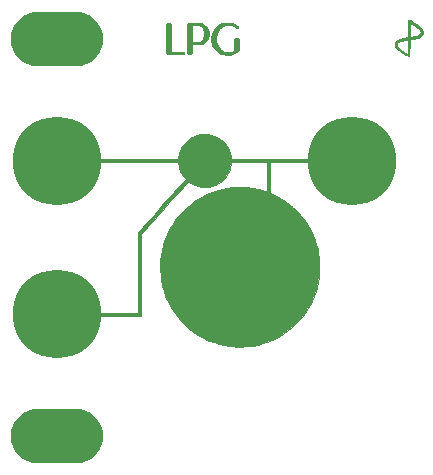
<source format=gbr>
G04 #@! TF.GenerationSoftware,KiCad,Pcbnew,(5.0.0)*
G04 #@! TF.CreationDate,2018-08-29T14:30:19+02:00*
G04 #@! TF.ProjectId,1u_lpg_panel,31755F6C70675F70616E656C2E6B6963,rev?*
G04 #@! TF.SameCoordinates,Original*
G04 #@! TF.FileFunction,Soldermask,Top*
G04 #@! TF.FilePolarity,Negative*
%FSLAX46Y46*%
G04 Gerber Fmt 4.6, Leading zero omitted, Abs format (unit mm)*
G04 Created by KiCad (PCBNEW (5.0.0)) date 08/29/18 14:30:19*
%MOMM*%
%LPD*%
G01*
G04 APERTURE LIST*
%ADD10C,0.010000*%
%ADD11C,0.100000*%
%ADD12C,4.600000*%
%ADD13C,3.400000*%
%ADD14C,7.500000*%
%ADD15C,8.500000*%
G04 APERTURE END LIST*
D10*
G04 #@! TO.C,G\002A\002A\002A*
G36*
X20117997Y-11035633D02*
X20217957Y-11040357D01*
X20308400Y-11049403D01*
X20397848Y-11063731D01*
X20494822Y-11084300D01*
X20540000Y-11095069D01*
X20767523Y-11164075D01*
X20984765Y-11256669D01*
X21190118Y-11371260D01*
X21381972Y-11506258D01*
X21558720Y-11660076D01*
X21718754Y-11831122D01*
X21860466Y-12017809D01*
X21982248Y-12218546D01*
X22082492Y-12431744D01*
X22159591Y-12655814D01*
X22174324Y-12710454D01*
X22192011Y-12785566D01*
X22208561Y-12866468D01*
X22222743Y-12946027D01*
X22233326Y-13017110D01*
X22239082Y-13072583D01*
X22239767Y-13090000D01*
X22240000Y-13133333D01*
X32493333Y-13133333D01*
X32493333Y-13413333D01*
X25533333Y-13413333D01*
X25533333Y-16035093D01*
X25610000Y-16066260D01*
X25679687Y-16096187D01*
X25766795Y-16136049D01*
X25865385Y-16182921D01*
X25969517Y-16233879D01*
X26073251Y-16285996D01*
X26170648Y-16336349D01*
X26255767Y-16382012D01*
X26290122Y-16401180D01*
X26496836Y-16524487D01*
X26711842Y-16663899D01*
X26927549Y-16814101D01*
X27136364Y-16969778D01*
X27330694Y-17125617D01*
X27359149Y-17149544D01*
X27432560Y-17214100D01*
X27519170Y-17294183D01*
X27614511Y-17385346D01*
X27714114Y-17483143D01*
X27813510Y-17583125D01*
X27908231Y-17680846D01*
X27993809Y-17771859D01*
X28065776Y-17851715D01*
X28072992Y-17860000D01*
X28337814Y-18185291D01*
X28581435Y-18525665D01*
X28803240Y-18879744D01*
X29002612Y-19246152D01*
X29178935Y-19623512D01*
X29331594Y-20010448D01*
X29459972Y-20405582D01*
X29563452Y-20807539D01*
X29641419Y-21214941D01*
X29672277Y-21433333D01*
X29706998Y-21797540D01*
X29722621Y-22170800D01*
X29719147Y-22545496D01*
X29696575Y-22914011D01*
X29672494Y-23140000D01*
X29607232Y-23554579D01*
X29516423Y-23962833D01*
X29400679Y-24363610D01*
X29260613Y-24755754D01*
X29096838Y-25138114D01*
X28909967Y-25509534D01*
X28700612Y-25868862D01*
X28469387Y-26214943D01*
X28216904Y-26546625D01*
X27943777Y-26862753D01*
X27650618Y-27162174D01*
X27426592Y-27367546D01*
X27100223Y-27636045D01*
X26759518Y-27882805D01*
X26405663Y-28107284D01*
X26039845Y-28308937D01*
X25663250Y-28487222D01*
X25277064Y-28641594D01*
X24882475Y-28771511D01*
X24480667Y-28876428D01*
X24072828Y-28955803D01*
X23905172Y-28980699D01*
X23738809Y-29000047D01*
X23555601Y-29015815D01*
X23361760Y-29027812D01*
X23163496Y-29035847D01*
X22967019Y-29039727D01*
X22778539Y-29039260D01*
X22604268Y-29034256D01*
X22460000Y-29025328D01*
X22030206Y-28976923D01*
X21609227Y-28903458D01*
X21197417Y-28805069D01*
X20795128Y-28681887D01*
X20402714Y-28534047D01*
X20020526Y-28361682D01*
X19648918Y-28164926D01*
X19288243Y-27943911D01*
X18938854Y-27698771D01*
X18926574Y-27689560D01*
X18597741Y-27425886D01*
X18287219Y-27143405D01*
X17995708Y-26843195D01*
X17723909Y-26526334D01*
X17472520Y-26193897D01*
X17242244Y-25846964D01*
X17033780Y-25486610D01*
X16847830Y-25113913D01*
X16685092Y-24729950D01*
X16546268Y-24335798D01*
X16432057Y-23932535D01*
X16401948Y-23806667D01*
X16321440Y-23396632D01*
X16266585Y-22983430D01*
X16237179Y-22568516D01*
X16233022Y-22153344D01*
X16253912Y-21739371D01*
X16299647Y-21328052D01*
X16370025Y-20920843D01*
X16464844Y-20519199D01*
X16583904Y-20124576D01*
X16727002Y-19738429D01*
X16893936Y-19362214D01*
X17063226Y-19035411D01*
X17281437Y-18668978D01*
X17518894Y-18320360D01*
X17774643Y-17990012D01*
X18047732Y-17678389D01*
X18337206Y-17385946D01*
X18642111Y-17113138D01*
X18961494Y-16860419D01*
X19294402Y-16628246D01*
X19639880Y-16417073D01*
X19996974Y-16227355D01*
X20364732Y-16059546D01*
X20742200Y-15914103D01*
X21128423Y-15791479D01*
X21522448Y-15692130D01*
X21923322Y-15616511D01*
X22330090Y-15565077D01*
X22741800Y-15538283D01*
X23157497Y-15536583D01*
X23576227Y-15560433D01*
X23997038Y-15610288D01*
X24180000Y-15640119D01*
X24309101Y-15665215D01*
X24454875Y-15697428D01*
X24608966Y-15734662D01*
X24763021Y-15774826D01*
X24908686Y-15815825D01*
X25030531Y-15853266D01*
X25100383Y-15875724D01*
X25161155Y-15894959D01*
X25208408Y-15909592D01*
X25237701Y-15918240D01*
X25245053Y-15920000D01*
X25246230Y-15906974D01*
X25247287Y-15869125D01*
X25248217Y-15808297D01*
X25249012Y-15726333D01*
X25249665Y-15625078D01*
X25250169Y-15506374D01*
X25250516Y-15372065D01*
X25250698Y-15223994D01*
X25250709Y-15064006D01*
X25250541Y-14893944D01*
X25250187Y-14715652D01*
X25250068Y-14670000D01*
X25246666Y-13420000D01*
X23749603Y-13416609D01*
X23509403Y-13416119D01*
X23294626Y-13415803D01*
X23104029Y-13415673D01*
X22936370Y-13415739D01*
X22790406Y-13416013D01*
X22664895Y-13416505D01*
X22558592Y-13417227D01*
X22470256Y-13418190D01*
X22398644Y-13419405D01*
X22342513Y-13420882D01*
X22300620Y-13422633D01*
X22271722Y-13424669D01*
X22254576Y-13427000D01*
X22247940Y-13429639D01*
X22247800Y-13429942D01*
X22244149Y-13449841D01*
X22238267Y-13489431D01*
X22231132Y-13541932D01*
X22227094Y-13573333D01*
X22184427Y-13807749D01*
X22117373Y-14033754D01*
X22027317Y-14249794D01*
X21915642Y-14454313D01*
X21783734Y-14645755D01*
X21632975Y-14822565D01*
X21464750Y-14983189D01*
X21280443Y-15126069D01*
X21081439Y-15249652D01*
X20869120Y-15352382D01*
X20644872Y-15432703D01*
X20549106Y-15458971D01*
X20430854Y-15486160D01*
X20322950Y-15505077D01*
X20215592Y-15516880D01*
X20098979Y-15522729D01*
X20000000Y-15523906D01*
X19870082Y-15521748D01*
X19756739Y-15514501D01*
X19650169Y-15501006D01*
X19540571Y-15480104D01*
X19450893Y-15458971D01*
X19224592Y-15389824D01*
X19010260Y-15298164D01*
X18804089Y-15182284D01*
X18738370Y-15139234D01*
X18609050Y-15051555D01*
X18579730Y-15082444D01*
X18568093Y-15095199D01*
X18539440Y-15126841D01*
X18494603Y-15176446D01*
X18434417Y-15243089D01*
X18359715Y-15325847D01*
X18271330Y-15423795D01*
X18170096Y-15536008D01*
X18056846Y-15661564D01*
X17932414Y-15799537D01*
X17797633Y-15949004D01*
X17653338Y-16109040D01*
X17500360Y-16278721D01*
X17339535Y-16457123D01*
X17171695Y-16643321D01*
X16997674Y-16836391D01*
X16818305Y-17035410D01*
X16639937Y-17233333D01*
X16456009Y-17437424D01*
X16276528Y-17636565D01*
X16102334Y-17829825D01*
X15934266Y-18016271D01*
X15773164Y-18194974D01*
X15619869Y-18365001D01*
X15475219Y-18525422D01*
X15340055Y-18675306D01*
X15215217Y-18813722D01*
X15101544Y-18939737D01*
X14999876Y-19052422D01*
X14911054Y-19150845D01*
X14835916Y-19234074D01*
X14775303Y-19301179D01*
X14730054Y-19351228D01*
X14701010Y-19383291D01*
X14689154Y-19396283D01*
X14648845Y-19439233D01*
X14641089Y-22896878D01*
X14640278Y-23256115D01*
X14639508Y-23589649D01*
X14638771Y-23898443D01*
X14638059Y-24183461D01*
X14637362Y-24445666D01*
X14636673Y-24686023D01*
X14635981Y-24905494D01*
X14635278Y-25105042D01*
X14634557Y-25285632D01*
X14633806Y-25448227D01*
X14633019Y-25593790D01*
X14632186Y-25723285D01*
X14631299Y-25837676D01*
X14630348Y-25937925D01*
X14629325Y-26024997D01*
X14628221Y-26099854D01*
X14627028Y-26163461D01*
X14625736Y-26216781D01*
X14624338Y-26260777D01*
X14622823Y-26296413D01*
X14621184Y-26324652D01*
X14619411Y-26346458D01*
X14617496Y-26362795D01*
X14615430Y-26374625D01*
X14613204Y-26382913D01*
X14610810Y-26388621D01*
X14609302Y-26391190D01*
X14581740Y-26421467D01*
X14551768Y-26440595D01*
X14534738Y-26441999D01*
X14491577Y-26443332D01*
X14422821Y-26444590D01*
X14329005Y-26445773D01*
X14210664Y-26446878D01*
X14068334Y-26447904D01*
X13902551Y-26448847D01*
X13713850Y-26449706D01*
X13502766Y-26450480D01*
X13269836Y-26451165D01*
X13015594Y-26451760D01*
X12740576Y-26452264D01*
X12445318Y-26452672D01*
X12130355Y-26452985D01*
X11796223Y-26453200D01*
X11443457Y-26453314D01*
X11217798Y-26453333D01*
X7917333Y-26453333D01*
X7872000Y-26408000D01*
X7835104Y-26357751D01*
X7824876Y-26307480D01*
X7841314Y-26257211D01*
X7872000Y-26218666D01*
X7917333Y-26173333D01*
X11132000Y-26173333D01*
X11422878Y-26173320D01*
X11706695Y-26173279D01*
X11982302Y-26173214D01*
X12248546Y-26173125D01*
X12504278Y-26173012D01*
X12748347Y-26172878D01*
X12979602Y-26172724D01*
X13196894Y-26172550D01*
X13399070Y-26172358D01*
X13584981Y-26172149D01*
X13753475Y-26171925D01*
X13903404Y-26171685D01*
X14033615Y-26171433D01*
X14142958Y-26171168D01*
X14230283Y-26170893D01*
X14294439Y-26170607D01*
X14334276Y-26170313D01*
X14348642Y-26170012D01*
X14348671Y-26170000D01*
X14348880Y-26156557D01*
X14349149Y-26117565D01*
X14349474Y-26054144D01*
X14349852Y-25967410D01*
X14350279Y-25858483D01*
X14350753Y-25728480D01*
X14351269Y-25578520D01*
X14351823Y-25409721D01*
X14352414Y-25223201D01*
X14353037Y-25020078D01*
X14353688Y-24801471D01*
X14354365Y-24568498D01*
X14355063Y-24322277D01*
X14355780Y-24063926D01*
X14356511Y-23794563D01*
X14357254Y-23515307D01*
X14358005Y-23227277D01*
X14358761Y-22931589D01*
X14359192Y-22760000D01*
X14359985Y-22460169D01*
X14360843Y-22167213D01*
X14361761Y-21882259D01*
X14362731Y-21606435D01*
X14363748Y-21340868D01*
X14364805Y-21086685D01*
X14365896Y-20845013D01*
X14367013Y-20616980D01*
X14368152Y-20403713D01*
X14369305Y-20206338D01*
X14370465Y-20025984D01*
X14371627Y-19863777D01*
X14372783Y-19720845D01*
X14373928Y-19598315D01*
X14375056Y-19497314D01*
X14376158Y-19418969D01*
X14377230Y-19364407D01*
X14378264Y-19334757D01*
X14378822Y-19329458D01*
X14388680Y-19317448D01*
X14415609Y-19286546D01*
X14458804Y-19237650D01*
X14517459Y-19171656D01*
X14590770Y-19089461D01*
X14677931Y-18991962D01*
X14778138Y-18880055D01*
X14890586Y-18754638D01*
X15014469Y-18616607D01*
X15148983Y-18466858D01*
X15293322Y-18306289D01*
X15446682Y-18135797D01*
X15608258Y-17956278D01*
X15777244Y-17768629D01*
X15952836Y-17573747D01*
X16134228Y-17372528D01*
X16320616Y-17165870D01*
X16394148Y-17084369D01*
X18398360Y-14863155D01*
X18304451Y-14754911D01*
X18156748Y-14564895D01*
X18030374Y-14360762D01*
X17926488Y-14145091D01*
X17846253Y-13920464D01*
X17790829Y-13689460D01*
X17772905Y-13573333D01*
X17765503Y-13516682D01*
X17758827Y-13469280D01*
X17753856Y-13437904D01*
X17752221Y-13430000D01*
X17747161Y-13428520D01*
X17732394Y-13427124D01*
X17707248Y-13425812D01*
X17671048Y-13424579D01*
X17623121Y-13423424D01*
X17562795Y-13422346D01*
X17489396Y-13421341D01*
X17402250Y-13420407D01*
X17300685Y-13419543D01*
X17184027Y-13418746D01*
X17051603Y-13418013D01*
X16902739Y-13417344D01*
X16736762Y-13416735D01*
X16552999Y-13416185D01*
X16350777Y-13415690D01*
X16129422Y-13415250D01*
X15888261Y-13414861D01*
X15626621Y-13414522D01*
X15343829Y-13414231D01*
X15039210Y-13413985D01*
X14712093Y-13413781D01*
X14361803Y-13413619D01*
X13987668Y-13413495D01*
X13589013Y-13413408D01*
X13165167Y-13413355D01*
X12715455Y-13413334D01*
X12627085Y-13413333D01*
X7506666Y-13413333D01*
X7506666Y-13133333D01*
X17760000Y-13133333D01*
X17760232Y-13090000D01*
X17763510Y-13043521D01*
X17772149Y-12978336D01*
X17784920Y-12901579D01*
X17800593Y-12820384D01*
X17817938Y-12741883D01*
X17825675Y-12710454D01*
X17896769Y-12484827D01*
X17991296Y-12269462D01*
X18107616Y-12065997D01*
X18244084Y-11876071D01*
X18399059Y-11701321D01*
X18570898Y-11543387D01*
X18757957Y-11403906D01*
X18958595Y-11284518D01*
X19171168Y-11186861D01*
X19394034Y-11112573D01*
X19439636Y-11100679D01*
X19545983Y-11075604D01*
X19638492Y-11057505D01*
X19725810Y-11045358D01*
X19816581Y-11038138D01*
X19919454Y-11034820D01*
X20000000Y-11034271D01*
X20117997Y-11035633D01*
X20117997Y-11035633D01*
G37*
X20117997Y-11035633D02*
X20217957Y-11040357D01*
X20308400Y-11049403D01*
X20397848Y-11063731D01*
X20494822Y-11084300D01*
X20540000Y-11095069D01*
X20767523Y-11164075D01*
X20984765Y-11256669D01*
X21190118Y-11371260D01*
X21381972Y-11506258D01*
X21558720Y-11660076D01*
X21718754Y-11831122D01*
X21860466Y-12017809D01*
X21982248Y-12218546D01*
X22082492Y-12431744D01*
X22159591Y-12655814D01*
X22174324Y-12710454D01*
X22192011Y-12785566D01*
X22208561Y-12866468D01*
X22222743Y-12946027D01*
X22233326Y-13017110D01*
X22239082Y-13072583D01*
X22239767Y-13090000D01*
X22240000Y-13133333D01*
X32493333Y-13133333D01*
X32493333Y-13413333D01*
X25533333Y-13413333D01*
X25533333Y-16035093D01*
X25610000Y-16066260D01*
X25679687Y-16096187D01*
X25766795Y-16136049D01*
X25865385Y-16182921D01*
X25969517Y-16233879D01*
X26073251Y-16285996D01*
X26170648Y-16336349D01*
X26255767Y-16382012D01*
X26290122Y-16401180D01*
X26496836Y-16524487D01*
X26711842Y-16663899D01*
X26927549Y-16814101D01*
X27136364Y-16969778D01*
X27330694Y-17125617D01*
X27359149Y-17149544D01*
X27432560Y-17214100D01*
X27519170Y-17294183D01*
X27614511Y-17385346D01*
X27714114Y-17483143D01*
X27813510Y-17583125D01*
X27908231Y-17680846D01*
X27993809Y-17771859D01*
X28065776Y-17851715D01*
X28072992Y-17860000D01*
X28337814Y-18185291D01*
X28581435Y-18525665D01*
X28803240Y-18879744D01*
X29002612Y-19246152D01*
X29178935Y-19623512D01*
X29331594Y-20010448D01*
X29459972Y-20405582D01*
X29563452Y-20807539D01*
X29641419Y-21214941D01*
X29672277Y-21433333D01*
X29706998Y-21797540D01*
X29722621Y-22170800D01*
X29719147Y-22545496D01*
X29696575Y-22914011D01*
X29672494Y-23140000D01*
X29607232Y-23554579D01*
X29516423Y-23962833D01*
X29400679Y-24363610D01*
X29260613Y-24755754D01*
X29096838Y-25138114D01*
X28909967Y-25509534D01*
X28700612Y-25868862D01*
X28469387Y-26214943D01*
X28216904Y-26546625D01*
X27943777Y-26862753D01*
X27650618Y-27162174D01*
X27426592Y-27367546D01*
X27100223Y-27636045D01*
X26759518Y-27882805D01*
X26405663Y-28107284D01*
X26039845Y-28308937D01*
X25663250Y-28487222D01*
X25277064Y-28641594D01*
X24882475Y-28771511D01*
X24480667Y-28876428D01*
X24072828Y-28955803D01*
X23905172Y-28980699D01*
X23738809Y-29000047D01*
X23555601Y-29015815D01*
X23361760Y-29027812D01*
X23163496Y-29035847D01*
X22967019Y-29039727D01*
X22778539Y-29039260D01*
X22604268Y-29034256D01*
X22460000Y-29025328D01*
X22030206Y-28976923D01*
X21609227Y-28903458D01*
X21197417Y-28805069D01*
X20795128Y-28681887D01*
X20402714Y-28534047D01*
X20020526Y-28361682D01*
X19648918Y-28164926D01*
X19288243Y-27943911D01*
X18938854Y-27698771D01*
X18926574Y-27689560D01*
X18597741Y-27425886D01*
X18287219Y-27143405D01*
X17995708Y-26843195D01*
X17723909Y-26526334D01*
X17472520Y-26193897D01*
X17242244Y-25846964D01*
X17033780Y-25486610D01*
X16847830Y-25113913D01*
X16685092Y-24729950D01*
X16546268Y-24335798D01*
X16432057Y-23932535D01*
X16401948Y-23806667D01*
X16321440Y-23396632D01*
X16266585Y-22983430D01*
X16237179Y-22568516D01*
X16233022Y-22153344D01*
X16253912Y-21739371D01*
X16299647Y-21328052D01*
X16370025Y-20920843D01*
X16464844Y-20519199D01*
X16583904Y-20124576D01*
X16727002Y-19738429D01*
X16893936Y-19362214D01*
X17063226Y-19035411D01*
X17281437Y-18668978D01*
X17518894Y-18320360D01*
X17774643Y-17990012D01*
X18047732Y-17678389D01*
X18337206Y-17385946D01*
X18642111Y-17113138D01*
X18961494Y-16860419D01*
X19294402Y-16628246D01*
X19639880Y-16417073D01*
X19996974Y-16227355D01*
X20364732Y-16059546D01*
X20742200Y-15914103D01*
X21128423Y-15791479D01*
X21522448Y-15692130D01*
X21923322Y-15616511D01*
X22330090Y-15565077D01*
X22741800Y-15538283D01*
X23157497Y-15536583D01*
X23576227Y-15560433D01*
X23997038Y-15610288D01*
X24180000Y-15640119D01*
X24309101Y-15665215D01*
X24454875Y-15697428D01*
X24608966Y-15734662D01*
X24763021Y-15774826D01*
X24908686Y-15815825D01*
X25030531Y-15853266D01*
X25100383Y-15875724D01*
X25161155Y-15894959D01*
X25208408Y-15909592D01*
X25237701Y-15918240D01*
X25245053Y-15920000D01*
X25246230Y-15906974D01*
X25247287Y-15869125D01*
X25248217Y-15808297D01*
X25249012Y-15726333D01*
X25249665Y-15625078D01*
X25250169Y-15506374D01*
X25250516Y-15372065D01*
X25250698Y-15223994D01*
X25250709Y-15064006D01*
X25250541Y-14893944D01*
X25250187Y-14715652D01*
X25250068Y-14670000D01*
X25246666Y-13420000D01*
X23749603Y-13416609D01*
X23509403Y-13416119D01*
X23294626Y-13415803D01*
X23104029Y-13415673D01*
X22936370Y-13415739D01*
X22790406Y-13416013D01*
X22664895Y-13416505D01*
X22558592Y-13417227D01*
X22470256Y-13418190D01*
X22398644Y-13419405D01*
X22342513Y-13420882D01*
X22300620Y-13422633D01*
X22271722Y-13424669D01*
X22254576Y-13427000D01*
X22247940Y-13429639D01*
X22247800Y-13429942D01*
X22244149Y-13449841D01*
X22238267Y-13489431D01*
X22231132Y-13541932D01*
X22227094Y-13573333D01*
X22184427Y-13807749D01*
X22117373Y-14033754D01*
X22027317Y-14249794D01*
X21915642Y-14454313D01*
X21783734Y-14645755D01*
X21632975Y-14822565D01*
X21464750Y-14983189D01*
X21280443Y-15126069D01*
X21081439Y-15249652D01*
X20869120Y-15352382D01*
X20644872Y-15432703D01*
X20549106Y-15458971D01*
X20430854Y-15486160D01*
X20322950Y-15505077D01*
X20215592Y-15516880D01*
X20098979Y-15522729D01*
X20000000Y-15523906D01*
X19870082Y-15521748D01*
X19756739Y-15514501D01*
X19650169Y-15501006D01*
X19540571Y-15480104D01*
X19450893Y-15458971D01*
X19224592Y-15389824D01*
X19010260Y-15298164D01*
X18804089Y-15182284D01*
X18738370Y-15139234D01*
X18609050Y-15051555D01*
X18579730Y-15082444D01*
X18568093Y-15095199D01*
X18539440Y-15126841D01*
X18494603Y-15176446D01*
X18434417Y-15243089D01*
X18359715Y-15325847D01*
X18271330Y-15423795D01*
X18170096Y-15536008D01*
X18056846Y-15661564D01*
X17932414Y-15799537D01*
X17797633Y-15949004D01*
X17653338Y-16109040D01*
X17500360Y-16278721D01*
X17339535Y-16457123D01*
X17171695Y-16643321D01*
X16997674Y-16836391D01*
X16818305Y-17035410D01*
X16639937Y-17233333D01*
X16456009Y-17437424D01*
X16276528Y-17636565D01*
X16102334Y-17829825D01*
X15934266Y-18016271D01*
X15773164Y-18194974D01*
X15619869Y-18365001D01*
X15475219Y-18525422D01*
X15340055Y-18675306D01*
X15215217Y-18813722D01*
X15101544Y-18939737D01*
X14999876Y-19052422D01*
X14911054Y-19150845D01*
X14835916Y-19234074D01*
X14775303Y-19301179D01*
X14730054Y-19351228D01*
X14701010Y-19383291D01*
X14689154Y-19396283D01*
X14648845Y-19439233D01*
X14641089Y-22896878D01*
X14640278Y-23256115D01*
X14639508Y-23589649D01*
X14638771Y-23898443D01*
X14638059Y-24183461D01*
X14637362Y-24445666D01*
X14636673Y-24686023D01*
X14635981Y-24905494D01*
X14635278Y-25105042D01*
X14634557Y-25285632D01*
X14633806Y-25448227D01*
X14633019Y-25593790D01*
X14632186Y-25723285D01*
X14631299Y-25837676D01*
X14630348Y-25937925D01*
X14629325Y-26024997D01*
X14628221Y-26099854D01*
X14627028Y-26163461D01*
X14625736Y-26216781D01*
X14624338Y-26260777D01*
X14622823Y-26296413D01*
X14621184Y-26324652D01*
X14619411Y-26346458D01*
X14617496Y-26362795D01*
X14615430Y-26374625D01*
X14613204Y-26382913D01*
X14610810Y-26388621D01*
X14609302Y-26391190D01*
X14581740Y-26421467D01*
X14551768Y-26440595D01*
X14534738Y-26441999D01*
X14491577Y-26443332D01*
X14422821Y-26444590D01*
X14329005Y-26445773D01*
X14210664Y-26446878D01*
X14068334Y-26447904D01*
X13902551Y-26448847D01*
X13713850Y-26449706D01*
X13502766Y-26450480D01*
X13269836Y-26451165D01*
X13015594Y-26451760D01*
X12740576Y-26452264D01*
X12445318Y-26452672D01*
X12130355Y-26452985D01*
X11796223Y-26453200D01*
X11443457Y-26453314D01*
X11217798Y-26453333D01*
X7917333Y-26453333D01*
X7872000Y-26408000D01*
X7835104Y-26357751D01*
X7824876Y-26307480D01*
X7841314Y-26257211D01*
X7872000Y-26218666D01*
X7917333Y-26173333D01*
X11132000Y-26173333D01*
X11422878Y-26173320D01*
X11706695Y-26173279D01*
X11982302Y-26173214D01*
X12248546Y-26173125D01*
X12504278Y-26173012D01*
X12748347Y-26172878D01*
X12979602Y-26172724D01*
X13196894Y-26172550D01*
X13399070Y-26172358D01*
X13584981Y-26172149D01*
X13753475Y-26171925D01*
X13903404Y-26171685D01*
X14033615Y-26171433D01*
X14142958Y-26171168D01*
X14230283Y-26170893D01*
X14294439Y-26170607D01*
X14334276Y-26170313D01*
X14348642Y-26170012D01*
X14348671Y-26170000D01*
X14348880Y-26156557D01*
X14349149Y-26117565D01*
X14349474Y-26054144D01*
X14349852Y-25967410D01*
X14350279Y-25858483D01*
X14350753Y-25728480D01*
X14351269Y-25578520D01*
X14351823Y-25409721D01*
X14352414Y-25223201D01*
X14353037Y-25020078D01*
X14353688Y-24801471D01*
X14354365Y-24568498D01*
X14355063Y-24322277D01*
X14355780Y-24063926D01*
X14356511Y-23794563D01*
X14357254Y-23515307D01*
X14358005Y-23227277D01*
X14358761Y-22931589D01*
X14359192Y-22760000D01*
X14359985Y-22460169D01*
X14360843Y-22167213D01*
X14361761Y-21882259D01*
X14362731Y-21606435D01*
X14363748Y-21340868D01*
X14364805Y-21086685D01*
X14365896Y-20845013D01*
X14367013Y-20616980D01*
X14368152Y-20403713D01*
X14369305Y-20206338D01*
X14370465Y-20025984D01*
X14371627Y-19863777D01*
X14372783Y-19720845D01*
X14373928Y-19598315D01*
X14375056Y-19497314D01*
X14376158Y-19418969D01*
X14377230Y-19364407D01*
X14378264Y-19334757D01*
X14378822Y-19329458D01*
X14388680Y-19317448D01*
X14415609Y-19286546D01*
X14458804Y-19237650D01*
X14517459Y-19171656D01*
X14590770Y-19089461D01*
X14677931Y-18991962D01*
X14778138Y-18880055D01*
X14890586Y-18754638D01*
X15014469Y-18616607D01*
X15148983Y-18466858D01*
X15293322Y-18306289D01*
X15446682Y-18135797D01*
X15608258Y-17956278D01*
X15777244Y-17768629D01*
X15952836Y-17573747D01*
X16134228Y-17372528D01*
X16320616Y-17165870D01*
X16394148Y-17084369D01*
X18398360Y-14863155D01*
X18304451Y-14754911D01*
X18156748Y-14564895D01*
X18030374Y-14360762D01*
X17926488Y-14145091D01*
X17846253Y-13920464D01*
X17790829Y-13689460D01*
X17772905Y-13573333D01*
X17765503Y-13516682D01*
X17758827Y-13469280D01*
X17753856Y-13437904D01*
X17752221Y-13430000D01*
X17747161Y-13428520D01*
X17732394Y-13427124D01*
X17707248Y-13425812D01*
X17671048Y-13424579D01*
X17623121Y-13423424D01*
X17562795Y-13422346D01*
X17489396Y-13421341D01*
X17402250Y-13420407D01*
X17300685Y-13419543D01*
X17184027Y-13418746D01*
X17051603Y-13418013D01*
X16902739Y-13417344D01*
X16736762Y-13416735D01*
X16552999Y-13416185D01*
X16350777Y-13415690D01*
X16129422Y-13415250D01*
X15888261Y-13414861D01*
X15626621Y-13414522D01*
X15343829Y-13414231D01*
X15039210Y-13413985D01*
X14712093Y-13413781D01*
X14361803Y-13413619D01*
X13987668Y-13413495D01*
X13589013Y-13413408D01*
X13165167Y-13413355D01*
X12715455Y-13413334D01*
X12627085Y-13413333D01*
X7506666Y-13413333D01*
X7506666Y-13133333D01*
X17760000Y-13133333D01*
X17760232Y-13090000D01*
X17763510Y-13043521D01*
X17772149Y-12978336D01*
X17784920Y-12901579D01*
X17800593Y-12820384D01*
X17817938Y-12741883D01*
X17825675Y-12710454D01*
X17896769Y-12484827D01*
X17991296Y-12269462D01*
X18107616Y-12065997D01*
X18244084Y-11876071D01*
X18399059Y-11701321D01*
X18570898Y-11543387D01*
X18757957Y-11403906D01*
X18958595Y-11284518D01*
X19171168Y-11186861D01*
X19394034Y-11112573D01*
X19439636Y-11100679D01*
X19545983Y-11075604D01*
X19638492Y-11057505D01*
X19725810Y-11045358D01*
X19816581Y-11038138D01*
X19919454Y-11034820D01*
X20000000Y-11034271D01*
X20117997Y-11035633D01*
G36*
X37260697Y-1360468D02*
X37300104Y-1377688D01*
X37357704Y-1405737D01*
X37555621Y-1508905D01*
X37738477Y-1614040D01*
X37904761Y-1719984D01*
X38052963Y-1825580D01*
X38181572Y-1929671D01*
X38289077Y-2031100D01*
X38373968Y-2128708D01*
X38434735Y-2221340D01*
X38442855Y-2237113D01*
X38480703Y-2338228D01*
X38494372Y-2436951D01*
X38483715Y-2530363D01*
X38460718Y-2593058D01*
X38406586Y-2673964D01*
X38326998Y-2747712D01*
X38222218Y-2814186D01*
X38092508Y-2873273D01*
X37938133Y-2924856D01*
X37759355Y-2968820D01*
X37556440Y-3005051D01*
X37497909Y-3013444D01*
X37375819Y-3030114D01*
X37368295Y-3191724D01*
X37366196Y-3242186D01*
X37363508Y-3315182D01*
X37360368Y-3406585D01*
X37356909Y-3512273D01*
X37353267Y-3628120D01*
X37349576Y-3750002D01*
X37345972Y-3873794D01*
X37345795Y-3880000D01*
X37341669Y-4013416D01*
X37337344Y-4131512D01*
X37332925Y-4232331D01*
X37328514Y-4313915D01*
X37324215Y-4374306D01*
X37320132Y-4411548D01*
X37317110Y-4423333D01*
X37292723Y-4437169D01*
X37281700Y-4438027D01*
X37263216Y-4431596D01*
X37225272Y-4414962D01*
X37172124Y-4390111D01*
X37108031Y-4359027D01*
X37045823Y-4328027D01*
X36890782Y-4247819D01*
X36757089Y-4173950D01*
X36640947Y-4103886D01*
X36538558Y-4035091D01*
X36446125Y-3965030D01*
X36359849Y-3891166D01*
X36285370Y-3820380D01*
X36211274Y-3742603D01*
X36157014Y-3674472D01*
X36120053Y-3611127D01*
X36097851Y-3547707D01*
X36087870Y-3479354D01*
X36087068Y-3453114D01*
X36253333Y-3453114D01*
X36264758Y-3509323D01*
X36297787Y-3576100D01*
X36350551Y-3651358D01*
X36421181Y-3733011D01*
X36507807Y-3818975D01*
X36608560Y-3907161D01*
X36721572Y-3995485D01*
X36771939Y-4031906D01*
X36808582Y-4056601D01*
X36858605Y-4088661D01*
X36917754Y-4125537D01*
X36981775Y-4164682D01*
X37046414Y-4203546D01*
X37107417Y-4239582D01*
X37160530Y-4270243D01*
X37201499Y-4292979D01*
X37226069Y-4305243D01*
X37230665Y-4306667D01*
X37234386Y-4293951D01*
X37236436Y-4258175D01*
X37236766Y-4202897D01*
X37235331Y-4131674D01*
X37233625Y-4083333D01*
X37230836Y-4008896D01*
X37227612Y-3914047D01*
X37224146Y-3805032D01*
X37220632Y-3688098D01*
X37217263Y-3569492D01*
X37214431Y-3463234D01*
X37211605Y-3362991D01*
X37208544Y-3271518D01*
X37205397Y-3192177D01*
X37202316Y-3128326D01*
X37199452Y-3083325D01*
X37196955Y-3060534D01*
X37196248Y-3058471D01*
X37179132Y-3056427D01*
X37140631Y-3059523D01*
X37085351Y-3066930D01*
X37017900Y-3077819D01*
X36942882Y-3091363D01*
X36864903Y-3106733D01*
X36788570Y-3123100D01*
X36718489Y-3139638D01*
X36663709Y-3154229D01*
X36534488Y-3196022D01*
X36430908Y-3240002D01*
X36351988Y-3286887D01*
X36296741Y-3337393D01*
X36264185Y-3392236D01*
X36253335Y-3452133D01*
X36253333Y-3453114D01*
X36087068Y-3453114D01*
X36086666Y-3440000D01*
X36092108Y-3358835D01*
X36110912Y-3292617D01*
X36146794Y-3232664D01*
X36201136Y-3172572D01*
X36276673Y-3112459D01*
X36375913Y-3055701D01*
X36495995Y-3003313D01*
X36634059Y-2956309D01*
X36787244Y-2915704D01*
X36952689Y-2882512D01*
X37068611Y-2864973D01*
X37197223Y-2847978D01*
X37197022Y-2827654D01*
X37369127Y-2827654D01*
X37427896Y-2819198D01*
X37464074Y-2813318D01*
X37518909Y-2803591D01*
X37584903Y-2791378D01*
X37653333Y-2778279D01*
X37815612Y-2742242D01*
X37955354Y-2701889D01*
X38071902Y-2657567D01*
X38164599Y-2609625D01*
X38232789Y-2558412D01*
X38275814Y-2504275D01*
X38293019Y-2447563D01*
X38293333Y-2438643D01*
X38288965Y-2392377D01*
X38274092Y-2347545D01*
X38246058Y-2299480D01*
X38202205Y-2243515D01*
X38148433Y-2184037D01*
X38030956Y-2071609D01*
X37890348Y-1958744D01*
X37729988Y-1847899D01*
X37553254Y-1741536D01*
X37501408Y-1712954D01*
X37386666Y-1650914D01*
X37386666Y-2036670D01*
X37386338Y-2148593D01*
X37385415Y-2263567D01*
X37383987Y-2375494D01*
X37382145Y-2478276D01*
X37379980Y-2565817D01*
X37377896Y-2625040D01*
X37369127Y-2827654D01*
X37197022Y-2827654D01*
X37189943Y-2113949D01*
X37188410Y-1954959D01*
X37187252Y-1820516D01*
X37186512Y-1708504D01*
X37186237Y-1616807D01*
X37186468Y-1543307D01*
X37187252Y-1485888D01*
X37188632Y-1442434D01*
X37190652Y-1410826D01*
X37193358Y-1388950D01*
X37196792Y-1374687D01*
X37201000Y-1365921D01*
X37205702Y-1360800D01*
X37218388Y-1353470D01*
X37235089Y-1352877D01*
X37260697Y-1360468D01*
X37260697Y-1360468D01*
G37*
X37260697Y-1360468D02*
X37300104Y-1377688D01*
X37357704Y-1405737D01*
X37555621Y-1508905D01*
X37738477Y-1614040D01*
X37904761Y-1719984D01*
X38052963Y-1825580D01*
X38181572Y-1929671D01*
X38289077Y-2031100D01*
X38373968Y-2128708D01*
X38434735Y-2221340D01*
X38442855Y-2237113D01*
X38480703Y-2338228D01*
X38494372Y-2436951D01*
X38483715Y-2530363D01*
X38460718Y-2593058D01*
X38406586Y-2673964D01*
X38326998Y-2747712D01*
X38222218Y-2814186D01*
X38092508Y-2873273D01*
X37938133Y-2924856D01*
X37759355Y-2968820D01*
X37556440Y-3005051D01*
X37497909Y-3013444D01*
X37375819Y-3030114D01*
X37368295Y-3191724D01*
X37366196Y-3242186D01*
X37363508Y-3315182D01*
X37360368Y-3406585D01*
X37356909Y-3512273D01*
X37353267Y-3628120D01*
X37349576Y-3750002D01*
X37345972Y-3873794D01*
X37345795Y-3880000D01*
X37341669Y-4013416D01*
X37337344Y-4131512D01*
X37332925Y-4232331D01*
X37328514Y-4313915D01*
X37324215Y-4374306D01*
X37320132Y-4411548D01*
X37317110Y-4423333D01*
X37292723Y-4437169D01*
X37281700Y-4438027D01*
X37263216Y-4431596D01*
X37225272Y-4414962D01*
X37172124Y-4390111D01*
X37108031Y-4359027D01*
X37045823Y-4328027D01*
X36890782Y-4247819D01*
X36757089Y-4173950D01*
X36640947Y-4103886D01*
X36538558Y-4035091D01*
X36446125Y-3965030D01*
X36359849Y-3891166D01*
X36285370Y-3820380D01*
X36211274Y-3742603D01*
X36157014Y-3674472D01*
X36120053Y-3611127D01*
X36097851Y-3547707D01*
X36087870Y-3479354D01*
X36087068Y-3453114D01*
X36253333Y-3453114D01*
X36264758Y-3509323D01*
X36297787Y-3576100D01*
X36350551Y-3651358D01*
X36421181Y-3733011D01*
X36507807Y-3818975D01*
X36608560Y-3907161D01*
X36721572Y-3995485D01*
X36771939Y-4031906D01*
X36808582Y-4056601D01*
X36858605Y-4088661D01*
X36917754Y-4125537D01*
X36981775Y-4164682D01*
X37046414Y-4203546D01*
X37107417Y-4239582D01*
X37160530Y-4270243D01*
X37201499Y-4292979D01*
X37226069Y-4305243D01*
X37230665Y-4306667D01*
X37234386Y-4293951D01*
X37236436Y-4258175D01*
X37236766Y-4202897D01*
X37235331Y-4131674D01*
X37233625Y-4083333D01*
X37230836Y-4008896D01*
X37227612Y-3914047D01*
X37224146Y-3805032D01*
X37220632Y-3688098D01*
X37217263Y-3569492D01*
X37214431Y-3463234D01*
X37211605Y-3362991D01*
X37208544Y-3271518D01*
X37205397Y-3192177D01*
X37202316Y-3128326D01*
X37199452Y-3083325D01*
X37196955Y-3060534D01*
X37196248Y-3058471D01*
X37179132Y-3056427D01*
X37140631Y-3059523D01*
X37085351Y-3066930D01*
X37017900Y-3077819D01*
X36942882Y-3091363D01*
X36864903Y-3106733D01*
X36788570Y-3123100D01*
X36718489Y-3139638D01*
X36663709Y-3154229D01*
X36534488Y-3196022D01*
X36430908Y-3240002D01*
X36351988Y-3286887D01*
X36296741Y-3337393D01*
X36264185Y-3392236D01*
X36253335Y-3452133D01*
X36253333Y-3453114D01*
X36087068Y-3453114D01*
X36086666Y-3440000D01*
X36092108Y-3358835D01*
X36110912Y-3292617D01*
X36146794Y-3232664D01*
X36201136Y-3172572D01*
X36276673Y-3112459D01*
X36375913Y-3055701D01*
X36495995Y-3003313D01*
X36634059Y-2956309D01*
X36787244Y-2915704D01*
X36952689Y-2882512D01*
X37068611Y-2864973D01*
X37197223Y-2847978D01*
X37197022Y-2827654D01*
X37369127Y-2827654D01*
X37427896Y-2819198D01*
X37464074Y-2813318D01*
X37518909Y-2803591D01*
X37584903Y-2791378D01*
X37653333Y-2778279D01*
X37815612Y-2742242D01*
X37955354Y-2701889D01*
X38071902Y-2657567D01*
X38164599Y-2609625D01*
X38232789Y-2558412D01*
X38275814Y-2504275D01*
X38293019Y-2447563D01*
X38293333Y-2438643D01*
X38288965Y-2392377D01*
X38274092Y-2347545D01*
X38246058Y-2299480D01*
X38202205Y-2243515D01*
X38148433Y-2184037D01*
X38030956Y-2071609D01*
X37890348Y-1958744D01*
X37729988Y-1847899D01*
X37553254Y-1741536D01*
X37501408Y-1712954D01*
X37386666Y-1650914D01*
X37386666Y-2036670D01*
X37386338Y-2148593D01*
X37385415Y-2263567D01*
X37383987Y-2375494D01*
X37382145Y-2478276D01*
X37379980Y-2565817D01*
X37377896Y-2625040D01*
X37369127Y-2827654D01*
X37197022Y-2827654D01*
X37189943Y-2113949D01*
X37188410Y-1954959D01*
X37187252Y-1820516D01*
X37186512Y-1708504D01*
X37186237Y-1616807D01*
X37186468Y-1543307D01*
X37187252Y-1485888D01*
X37188632Y-1442434D01*
X37190652Y-1410826D01*
X37193358Y-1388950D01*
X37196792Y-1374687D01*
X37201000Y-1365921D01*
X37205702Y-1360800D01*
X37218388Y-1353470D01*
X37235089Y-1352877D01*
X37260697Y-1360468D01*
G36*
X22024190Y-1602905D02*
X22139968Y-1613484D01*
X22200000Y-1623735D01*
X22369545Y-1669326D01*
X22523978Y-1733200D01*
X22668708Y-1817308D01*
X22737347Y-1865635D01*
X22784475Y-1905420D01*
X22812598Y-1939716D01*
X22824221Y-1971572D01*
X22821892Y-2003872D01*
X22800732Y-2044386D01*
X22764732Y-2065226D01*
X22717247Y-2066210D01*
X22661634Y-2047159D01*
X22610632Y-2015197D01*
X22543597Y-1970934D01*
X22460530Y-1925395D01*
X22371366Y-1883367D01*
X22286043Y-1849638D01*
X22233333Y-1833378D01*
X22136549Y-1813513D01*
X22031926Y-1800624D01*
X21929907Y-1795568D01*
X21840935Y-1799200D01*
X21830806Y-1800363D01*
X21692710Y-1830881D01*
X21560966Y-1885964D01*
X21437536Y-1963872D01*
X21324385Y-2062867D01*
X21223474Y-2181210D01*
X21136766Y-2317163D01*
X21066224Y-2468987D01*
X21061209Y-2482111D01*
X21017293Y-2620150D01*
X20989777Y-2760646D01*
X20977392Y-2893333D01*
X20978954Y-3072723D01*
X21002454Y-3246360D01*
X21046649Y-3411833D01*
X21110295Y-3566732D01*
X21192148Y-3708646D01*
X21290965Y-3835163D01*
X21405503Y-3943873D01*
X21534518Y-4032364D01*
X21576485Y-4054925D01*
X21671589Y-4095693D01*
X21768260Y-4121041D01*
X21875584Y-4132959D01*
X21940000Y-4134510D01*
X22082521Y-4127229D01*
X22214881Y-4103783D01*
X22346917Y-4062018D01*
X22430000Y-4027305D01*
X22493333Y-3998752D01*
X22493333Y-3512047D01*
X22493377Y-3378925D01*
X22493774Y-3269738D01*
X22494920Y-3181755D01*
X22497212Y-3112245D01*
X22501046Y-3058476D01*
X22506818Y-3017717D01*
X22514925Y-2987236D01*
X22525764Y-2964303D01*
X22539730Y-2946185D01*
X22557221Y-2930152D01*
X22578632Y-2913472D01*
X22580408Y-2912118D01*
X22640289Y-2882172D01*
X22707563Y-2873913D01*
X22774155Y-2887306D01*
X22820992Y-2913186D01*
X22842917Y-2930616D01*
X22860742Y-2948003D01*
X22874892Y-2968179D01*
X22885791Y-2993973D01*
X22893862Y-3028215D01*
X22899531Y-3073737D01*
X22903219Y-3133367D01*
X22905353Y-3209936D01*
X22906356Y-3306274D01*
X22906651Y-3425212D01*
X22906666Y-3485003D01*
X22906666Y-3930862D01*
X22838836Y-3991847D01*
X22690198Y-4107788D01*
X22527681Y-4201481D01*
X22353476Y-4271958D01*
X22169775Y-4318251D01*
X22066666Y-4332929D01*
X22002173Y-4339428D01*
X21953690Y-4343066D01*
X21911966Y-4343817D01*
X21867755Y-4341656D01*
X21811809Y-4336556D01*
X21769042Y-4332106D01*
X21588457Y-4299973D01*
X21415904Y-4243518D01*
X21253303Y-4164377D01*
X21102572Y-4064186D01*
X20965634Y-3944579D01*
X20844406Y-3807193D01*
X20740809Y-3653663D01*
X20656764Y-3485623D01*
X20604338Y-3340000D01*
X20591568Y-3295967D01*
X20582213Y-3257540D01*
X20575745Y-3219271D01*
X20571637Y-3175713D01*
X20569361Y-3121420D01*
X20568391Y-3050945D01*
X20568197Y-2966667D01*
X20568421Y-2876573D01*
X20569446Y-2807714D01*
X20571805Y-2754663D01*
X20576031Y-2711987D01*
X20582656Y-2674259D01*
X20592212Y-2636049D01*
X20604802Y-2593333D01*
X20674719Y-2407217D01*
X20765552Y-2237327D01*
X20876392Y-2084565D01*
X21006332Y-1949835D01*
X21154462Y-1834037D01*
X21319875Y-1738077D01*
X21501660Y-1662856D01*
X21560000Y-1644246D01*
X21659085Y-1621911D01*
X21775187Y-1607392D01*
X21899742Y-1600966D01*
X22024190Y-1602905D01*
X22024190Y-1602905D01*
G37*
X22024190Y-1602905D02*
X22139968Y-1613484D01*
X22200000Y-1623735D01*
X22369545Y-1669326D01*
X22523978Y-1733200D01*
X22668708Y-1817308D01*
X22737347Y-1865635D01*
X22784475Y-1905420D01*
X22812598Y-1939716D01*
X22824221Y-1971572D01*
X22821892Y-2003872D01*
X22800732Y-2044386D01*
X22764732Y-2065226D01*
X22717247Y-2066210D01*
X22661634Y-2047159D01*
X22610632Y-2015197D01*
X22543597Y-1970934D01*
X22460530Y-1925395D01*
X22371366Y-1883367D01*
X22286043Y-1849638D01*
X22233333Y-1833378D01*
X22136549Y-1813513D01*
X22031926Y-1800624D01*
X21929907Y-1795568D01*
X21840935Y-1799200D01*
X21830806Y-1800363D01*
X21692710Y-1830881D01*
X21560966Y-1885964D01*
X21437536Y-1963872D01*
X21324385Y-2062867D01*
X21223474Y-2181210D01*
X21136766Y-2317163D01*
X21066224Y-2468987D01*
X21061209Y-2482111D01*
X21017293Y-2620150D01*
X20989777Y-2760646D01*
X20977392Y-2893333D01*
X20978954Y-3072723D01*
X21002454Y-3246360D01*
X21046649Y-3411833D01*
X21110295Y-3566732D01*
X21192148Y-3708646D01*
X21290965Y-3835163D01*
X21405503Y-3943873D01*
X21534518Y-4032364D01*
X21576485Y-4054925D01*
X21671589Y-4095693D01*
X21768260Y-4121041D01*
X21875584Y-4132959D01*
X21940000Y-4134510D01*
X22082521Y-4127229D01*
X22214881Y-4103783D01*
X22346917Y-4062018D01*
X22430000Y-4027305D01*
X22493333Y-3998752D01*
X22493333Y-3512047D01*
X22493377Y-3378925D01*
X22493774Y-3269738D01*
X22494920Y-3181755D01*
X22497212Y-3112245D01*
X22501046Y-3058476D01*
X22506818Y-3017717D01*
X22514925Y-2987236D01*
X22525764Y-2964303D01*
X22539730Y-2946185D01*
X22557221Y-2930152D01*
X22578632Y-2913472D01*
X22580408Y-2912118D01*
X22640289Y-2882172D01*
X22707563Y-2873913D01*
X22774155Y-2887306D01*
X22820992Y-2913186D01*
X22842917Y-2930616D01*
X22860742Y-2948003D01*
X22874892Y-2968179D01*
X22885791Y-2993973D01*
X22893862Y-3028215D01*
X22899531Y-3073737D01*
X22903219Y-3133367D01*
X22905353Y-3209936D01*
X22906356Y-3306274D01*
X22906651Y-3425212D01*
X22906666Y-3485003D01*
X22906666Y-3930862D01*
X22838836Y-3991847D01*
X22690198Y-4107788D01*
X22527681Y-4201481D01*
X22353476Y-4271958D01*
X22169775Y-4318251D01*
X22066666Y-4332929D01*
X22002173Y-4339428D01*
X21953690Y-4343066D01*
X21911966Y-4343817D01*
X21867755Y-4341656D01*
X21811809Y-4336556D01*
X21769042Y-4332106D01*
X21588457Y-4299973D01*
X21415904Y-4243518D01*
X21253303Y-4164377D01*
X21102572Y-4064186D01*
X20965634Y-3944579D01*
X20844406Y-3807193D01*
X20740809Y-3653663D01*
X20656764Y-3485623D01*
X20604338Y-3340000D01*
X20591568Y-3295967D01*
X20582213Y-3257540D01*
X20575745Y-3219271D01*
X20571637Y-3175713D01*
X20569361Y-3121420D01*
X20568391Y-3050945D01*
X20568197Y-2966667D01*
X20568421Y-2876573D01*
X20569446Y-2807714D01*
X20571805Y-2754663D01*
X20576031Y-2711987D01*
X20582656Y-2674259D01*
X20592212Y-2636049D01*
X20604802Y-2593333D01*
X20674719Y-2407217D01*
X20765552Y-2237327D01*
X20876392Y-2084565D01*
X21006332Y-1949835D01*
X21154462Y-1834037D01*
X21319875Y-1738077D01*
X21501660Y-1662856D01*
X21560000Y-1644246D01*
X21659085Y-1621911D01*
X21775187Y-1607392D01*
X21899742Y-1600966D01*
X22024190Y-1602905D01*
G36*
X17015982Y-1651537D02*
X17075150Y-1680857D01*
X17122484Y-1729518D01*
X17127867Y-1737923D01*
X17132313Y-1746105D01*
X17136219Y-1756159D01*
X17139627Y-1769793D01*
X17142578Y-1788713D01*
X17145112Y-1814628D01*
X17147272Y-1849245D01*
X17149099Y-1894270D01*
X17150634Y-1951412D01*
X17151918Y-2022377D01*
X17152992Y-2108873D01*
X17153898Y-2212607D01*
X17154678Y-2335287D01*
X17155372Y-2478620D01*
X17156021Y-2644312D01*
X17156668Y-2834073D01*
X17157018Y-2943333D01*
X17160704Y-4106667D01*
X18238487Y-4106667D01*
X18259243Y-4136300D01*
X18277614Y-4181771D01*
X18275078Y-4228909D01*
X18253333Y-4266667D01*
X18246593Y-4272670D01*
X18237908Y-4277699D01*
X18225020Y-4281838D01*
X18205669Y-4285174D01*
X18177596Y-4287793D01*
X18138541Y-4289783D01*
X18086247Y-4291229D01*
X18018454Y-4292218D01*
X17932902Y-4292837D01*
X17827333Y-4293171D01*
X17699488Y-4293308D01*
X17556428Y-4293333D01*
X16886190Y-4293333D01*
X16839564Y-4261650D01*
X16824986Y-4252226D01*
X16812145Y-4243891D01*
X16800931Y-4234991D01*
X16791234Y-4223869D01*
X16782945Y-4208869D01*
X16775955Y-4188335D01*
X16770152Y-4160612D01*
X16765427Y-4124044D01*
X16761671Y-4076975D01*
X16758774Y-4017749D01*
X16756625Y-3944709D01*
X16755116Y-3856201D01*
X16754136Y-3750568D01*
X16753575Y-3626155D01*
X16753324Y-3481305D01*
X16753272Y-3314363D01*
X16753311Y-3123673D01*
X16753333Y-2961312D01*
X16753352Y-2755362D01*
X16753432Y-2574405D01*
X16753606Y-2416766D01*
X16753909Y-2280772D01*
X16754372Y-2164749D01*
X16755031Y-2067023D01*
X16755919Y-1985919D01*
X16757070Y-1919764D01*
X16758516Y-1866883D01*
X16760292Y-1825604D01*
X16762431Y-1794251D01*
X16764966Y-1771151D01*
X16767933Y-1754629D01*
X16771363Y-1743013D01*
X16775291Y-1734627D01*
X16778046Y-1730235D01*
X16826012Y-1680906D01*
X16885559Y-1651433D01*
X16950834Y-1641686D01*
X17015982Y-1651537D01*
X17015982Y-1651537D01*
G37*
X17015982Y-1651537D02*
X17075150Y-1680857D01*
X17122484Y-1729518D01*
X17127867Y-1737923D01*
X17132313Y-1746105D01*
X17136219Y-1756159D01*
X17139627Y-1769793D01*
X17142578Y-1788713D01*
X17145112Y-1814628D01*
X17147272Y-1849245D01*
X17149099Y-1894270D01*
X17150634Y-1951412D01*
X17151918Y-2022377D01*
X17152992Y-2108873D01*
X17153898Y-2212607D01*
X17154678Y-2335287D01*
X17155372Y-2478620D01*
X17156021Y-2644312D01*
X17156668Y-2834073D01*
X17157018Y-2943333D01*
X17160704Y-4106667D01*
X18238487Y-4106667D01*
X18259243Y-4136300D01*
X18277614Y-4181771D01*
X18275078Y-4228909D01*
X18253333Y-4266667D01*
X18246593Y-4272670D01*
X18237908Y-4277699D01*
X18225020Y-4281838D01*
X18205669Y-4285174D01*
X18177596Y-4287793D01*
X18138541Y-4289783D01*
X18086247Y-4291229D01*
X18018454Y-4292218D01*
X17932902Y-4292837D01*
X17827333Y-4293171D01*
X17699488Y-4293308D01*
X17556428Y-4293333D01*
X16886190Y-4293333D01*
X16839564Y-4261650D01*
X16824986Y-4252226D01*
X16812145Y-4243891D01*
X16800931Y-4234991D01*
X16791234Y-4223869D01*
X16782945Y-4208869D01*
X16775955Y-4188335D01*
X16770152Y-4160612D01*
X16765427Y-4124044D01*
X16761671Y-4076975D01*
X16758774Y-4017749D01*
X16756625Y-3944709D01*
X16755116Y-3856201D01*
X16754136Y-3750568D01*
X16753575Y-3626155D01*
X16753324Y-3481305D01*
X16753272Y-3314363D01*
X16753311Y-3123673D01*
X16753333Y-2961312D01*
X16753352Y-2755362D01*
X16753432Y-2574405D01*
X16753606Y-2416766D01*
X16753909Y-2280772D01*
X16754372Y-2164749D01*
X16755031Y-2067023D01*
X16755919Y-1985919D01*
X16757070Y-1919764D01*
X16758516Y-1866883D01*
X16760292Y-1825604D01*
X16762431Y-1794251D01*
X16764966Y-1771151D01*
X16767933Y-1754629D01*
X16771363Y-1743013D01*
X16775291Y-1734627D01*
X16778046Y-1730235D01*
X16826012Y-1680906D01*
X16885559Y-1651433D01*
X16950834Y-1641686D01*
X17015982Y-1651537D01*
G36*
X19247626Y-1640114D02*
X19351941Y-1640555D01*
X19435978Y-1641466D01*
X19502932Y-1642994D01*
X19555996Y-1645282D01*
X19598365Y-1648477D01*
X19633233Y-1652724D01*
X19663793Y-1658167D01*
X19693240Y-1664951D01*
X19698540Y-1666293D01*
X19826353Y-1708860D01*
X19940945Y-1769129D01*
X20048456Y-1850665D01*
X20100624Y-1899672D01*
X20155961Y-1957368D01*
X20197350Y-2007954D01*
X20231677Y-2060959D01*
X20265828Y-2125916D01*
X20269448Y-2133333D01*
X20310693Y-2224016D01*
X20338702Y-2302376D01*
X20355625Y-2377872D01*
X20363611Y-2459962D01*
X20364869Y-2553333D01*
X20351538Y-2707734D01*
X20314862Y-2849875D01*
X20254123Y-2981450D01*
X20168601Y-3104157D01*
X20099552Y-3179795D01*
X20004050Y-3265041D01*
X19905605Y-3330825D01*
X19794339Y-3383437D01*
X19757794Y-3397298D01*
X19728066Y-3407770D01*
X19701035Y-3415996D01*
X19672963Y-3422297D01*
X19640114Y-3426993D01*
X19598750Y-3430407D01*
X19545134Y-3432860D01*
X19475530Y-3434674D01*
X19386200Y-3436170D01*
X19291117Y-3437442D01*
X18922235Y-3442176D01*
X18913333Y-4155456D01*
X18875977Y-4204408D01*
X18821817Y-4256966D01*
X18759177Y-4287235D01*
X18692706Y-4294270D01*
X18627053Y-4277128D01*
X18598334Y-4260814D01*
X18582795Y-4250680D01*
X18569115Y-4241600D01*
X18557174Y-4231905D01*
X18546855Y-4219929D01*
X18538040Y-4204004D01*
X18530611Y-4182463D01*
X18524450Y-4153637D01*
X18519440Y-4115860D01*
X18515462Y-4067464D01*
X18512398Y-4006781D01*
X18510131Y-3932144D01*
X18508542Y-3841886D01*
X18507514Y-3734338D01*
X18506929Y-3607834D01*
X18506669Y-3460706D01*
X18506615Y-3291287D01*
X18506624Y-3240000D01*
X18920000Y-3240000D01*
X19236666Y-3239707D01*
X19338748Y-3239419D01*
X19417919Y-3238596D01*
X19477935Y-3236978D01*
X19522550Y-3234307D01*
X19555519Y-3230325D01*
X19580597Y-3224772D01*
X19601539Y-3217391D01*
X19609204Y-3214049D01*
X19698066Y-3159568D01*
X19775590Y-3083967D01*
X19840787Y-2990699D01*
X19892670Y-2883221D01*
X19930253Y-2764985D01*
X19952547Y-2639448D01*
X19958567Y-2510063D01*
X19947325Y-2380285D01*
X19917834Y-2253568D01*
X19898951Y-2200000D01*
X19849961Y-2100791D01*
X19785755Y-2009430D01*
X19711316Y-1931811D01*
X19631625Y-1873827D01*
X19616173Y-1865450D01*
X19595162Y-1855270D01*
X19574482Y-1847434D01*
X19550307Y-1841574D01*
X19518813Y-1837321D01*
X19476174Y-1834309D01*
X19418565Y-1832169D01*
X19342161Y-1830532D01*
X19243138Y-1829032D01*
X19236666Y-1828942D01*
X18920000Y-1824551D01*
X18920000Y-3240000D01*
X18506624Y-3240000D01*
X18506651Y-3097908D01*
X18506666Y-2964443D01*
X18506687Y-2760504D01*
X18506773Y-2581525D01*
X18506958Y-2425801D01*
X18507277Y-2291627D01*
X18507765Y-2177295D01*
X18508456Y-2081100D01*
X18509385Y-2001336D01*
X18510587Y-1936298D01*
X18512095Y-1884279D01*
X18513944Y-1843573D01*
X18516170Y-1812475D01*
X18518806Y-1789279D01*
X18521888Y-1772278D01*
X18525450Y-1759767D01*
X18529525Y-1750040D01*
X18531354Y-1746458D01*
X18560075Y-1706660D01*
X18596783Y-1672266D01*
X18599993Y-1670000D01*
X18612100Y-1662112D01*
X18624806Y-1655745D01*
X18640928Y-1650734D01*
X18663285Y-1646918D01*
X18694695Y-1644134D01*
X18737976Y-1642220D01*
X18795947Y-1641012D01*
X18871425Y-1640348D01*
X18967230Y-1640065D01*
X19086178Y-1640001D01*
X19119838Y-1640000D01*
X19247626Y-1640114D01*
X19247626Y-1640114D01*
G37*
X19247626Y-1640114D02*
X19351941Y-1640555D01*
X19435978Y-1641466D01*
X19502932Y-1642994D01*
X19555996Y-1645282D01*
X19598365Y-1648477D01*
X19633233Y-1652724D01*
X19663793Y-1658167D01*
X19693240Y-1664951D01*
X19698540Y-1666293D01*
X19826353Y-1708860D01*
X19940945Y-1769129D01*
X20048456Y-1850665D01*
X20100624Y-1899672D01*
X20155961Y-1957368D01*
X20197350Y-2007954D01*
X20231677Y-2060959D01*
X20265828Y-2125916D01*
X20269448Y-2133333D01*
X20310693Y-2224016D01*
X20338702Y-2302376D01*
X20355625Y-2377872D01*
X20363611Y-2459962D01*
X20364869Y-2553333D01*
X20351538Y-2707734D01*
X20314862Y-2849875D01*
X20254123Y-2981450D01*
X20168601Y-3104157D01*
X20099552Y-3179795D01*
X20004050Y-3265041D01*
X19905605Y-3330825D01*
X19794339Y-3383437D01*
X19757794Y-3397298D01*
X19728066Y-3407770D01*
X19701035Y-3415996D01*
X19672963Y-3422297D01*
X19640114Y-3426993D01*
X19598750Y-3430407D01*
X19545134Y-3432860D01*
X19475530Y-3434674D01*
X19386200Y-3436170D01*
X19291117Y-3437442D01*
X18922235Y-3442176D01*
X18913333Y-4155456D01*
X18875977Y-4204408D01*
X18821817Y-4256966D01*
X18759177Y-4287235D01*
X18692706Y-4294270D01*
X18627053Y-4277128D01*
X18598334Y-4260814D01*
X18582795Y-4250680D01*
X18569115Y-4241600D01*
X18557174Y-4231905D01*
X18546855Y-4219929D01*
X18538040Y-4204004D01*
X18530611Y-4182463D01*
X18524450Y-4153637D01*
X18519440Y-4115860D01*
X18515462Y-4067464D01*
X18512398Y-4006781D01*
X18510131Y-3932144D01*
X18508542Y-3841886D01*
X18507514Y-3734338D01*
X18506929Y-3607834D01*
X18506669Y-3460706D01*
X18506615Y-3291287D01*
X18506624Y-3240000D01*
X18920000Y-3240000D01*
X19236666Y-3239707D01*
X19338748Y-3239419D01*
X19417919Y-3238596D01*
X19477935Y-3236978D01*
X19522550Y-3234307D01*
X19555519Y-3230325D01*
X19580597Y-3224772D01*
X19601539Y-3217391D01*
X19609204Y-3214049D01*
X19698066Y-3159568D01*
X19775590Y-3083967D01*
X19840787Y-2990699D01*
X19892670Y-2883221D01*
X19930253Y-2764985D01*
X19952547Y-2639448D01*
X19958567Y-2510063D01*
X19947325Y-2380285D01*
X19917834Y-2253568D01*
X19898951Y-2200000D01*
X19849961Y-2100791D01*
X19785755Y-2009430D01*
X19711316Y-1931811D01*
X19631625Y-1873827D01*
X19616173Y-1865450D01*
X19595162Y-1855270D01*
X19574482Y-1847434D01*
X19550307Y-1841574D01*
X19518813Y-1837321D01*
X19476174Y-1834309D01*
X19418565Y-1832169D01*
X19342161Y-1830532D01*
X19243138Y-1829032D01*
X19236666Y-1828942D01*
X18920000Y-1824551D01*
X18920000Y-3240000D01*
X18506624Y-3240000D01*
X18506651Y-3097908D01*
X18506666Y-2964443D01*
X18506687Y-2760504D01*
X18506773Y-2581525D01*
X18506958Y-2425801D01*
X18507277Y-2291627D01*
X18507765Y-2177295D01*
X18508456Y-2081100D01*
X18509385Y-2001336D01*
X18510587Y-1936298D01*
X18512095Y-1884279D01*
X18513944Y-1843573D01*
X18516170Y-1812475D01*
X18518806Y-1789279D01*
X18521888Y-1772278D01*
X18525450Y-1759767D01*
X18529525Y-1750040D01*
X18531354Y-1746458D01*
X18560075Y-1706660D01*
X18596783Y-1672266D01*
X18599993Y-1670000D01*
X18612100Y-1662112D01*
X18624806Y-1655745D01*
X18640928Y-1650734D01*
X18663285Y-1646918D01*
X18694695Y-1644134D01*
X18737976Y-1642220D01*
X18795947Y-1641012D01*
X18871425Y-1640348D01*
X18967230Y-1640065D01*
X19086178Y-1640001D01*
X19119838Y-1640000D01*
X19247626Y-1640114D01*
G04 #@! TD*
D11*
G04 #@! TO.C,MH2*
G36*
X9325439Y-34311074D02*
X9548708Y-34344193D01*
X9767655Y-34399036D01*
X9980172Y-34475076D01*
X10184212Y-34571580D01*
X10377812Y-34687619D01*
X10559105Y-34822075D01*
X10726346Y-34973653D01*
X10877924Y-35140894D01*
X11012380Y-35322187D01*
X11128419Y-35515787D01*
X11224923Y-35719827D01*
X11300963Y-35932344D01*
X11355806Y-36151291D01*
X11388925Y-36374560D01*
X11400000Y-36599999D01*
X11400000Y-36600001D01*
X11388925Y-36825440D01*
X11355806Y-37048709D01*
X11300963Y-37267656D01*
X11224923Y-37480173D01*
X11128419Y-37684213D01*
X11012380Y-37877813D01*
X10877924Y-38059106D01*
X10726346Y-38226347D01*
X10559105Y-38377925D01*
X10377812Y-38512381D01*
X10184212Y-38628420D01*
X9980172Y-38724924D01*
X9767655Y-38800964D01*
X9548708Y-38855807D01*
X9325439Y-38888926D01*
X9100000Y-38900001D01*
X5900000Y-38900001D01*
X5674561Y-38888926D01*
X5451292Y-38855807D01*
X5232345Y-38800964D01*
X5019828Y-38724924D01*
X4815788Y-38628420D01*
X4622188Y-38512381D01*
X4440895Y-38377925D01*
X4273654Y-38226347D01*
X4122076Y-38059106D01*
X3987620Y-37877813D01*
X3871581Y-37684213D01*
X3775077Y-37480173D01*
X3699037Y-37267656D01*
X3644194Y-37048709D01*
X3611075Y-36825440D01*
X3600000Y-36600001D01*
X3600000Y-36599999D01*
X3611075Y-36374560D01*
X3644194Y-36151291D01*
X3699037Y-35932344D01*
X3775077Y-35719827D01*
X3871581Y-35515787D01*
X3987620Y-35322187D01*
X4122076Y-35140894D01*
X4273654Y-34973653D01*
X4440895Y-34822075D01*
X4622188Y-34687619D01*
X4815788Y-34571580D01*
X5019828Y-34475076D01*
X5232345Y-34399036D01*
X5451292Y-34344193D01*
X5674561Y-34311074D01*
X5900000Y-34299999D01*
X9100000Y-34299999D01*
X9325439Y-34311074D01*
X9325439Y-34311074D01*
G37*
D12*
X7500000Y-36600000D03*
G04 #@! TD*
D11*
G04 #@! TO.C,MH1*
G36*
X9325439Y-711074D02*
X9548708Y-744193D01*
X9767655Y-799036D01*
X9980172Y-875076D01*
X10184212Y-971580D01*
X10377812Y-1087619D01*
X10559105Y-1222075D01*
X10726346Y-1373653D01*
X10877924Y-1540894D01*
X11012380Y-1722187D01*
X11128419Y-1915787D01*
X11224923Y-2119827D01*
X11300963Y-2332344D01*
X11355806Y-2551291D01*
X11388925Y-2774560D01*
X11400000Y-2999999D01*
X11400000Y-3000001D01*
X11388925Y-3225440D01*
X11355806Y-3448709D01*
X11300963Y-3667656D01*
X11224923Y-3880173D01*
X11128419Y-4084213D01*
X11012380Y-4277813D01*
X10877924Y-4459106D01*
X10726346Y-4626347D01*
X10559105Y-4777925D01*
X10377812Y-4912381D01*
X10184212Y-5028420D01*
X9980172Y-5124924D01*
X9767655Y-5200964D01*
X9548708Y-5255807D01*
X9325439Y-5288926D01*
X9100000Y-5300001D01*
X5900000Y-5300001D01*
X5674561Y-5288926D01*
X5451292Y-5255807D01*
X5232345Y-5200964D01*
X5019828Y-5124924D01*
X4815788Y-5028420D01*
X4622188Y-4912381D01*
X4440895Y-4777925D01*
X4273654Y-4626347D01*
X4122076Y-4459106D01*
X3987620Y-4277813D01*
X3871581Y-4084213D01*
X3775077Y-3880173D01*
X3699037Y-3667656D01*
X3644194Y-3448709D01*
X3611075Y-3225440D01*
X3600000Y-3000001D01*
X3600000Y-2999999D01*
X3611075Y-2774560D01*
X3644194Y-2551291D01*
X3699037Y-2332344D01*
X3775077Y-2119827D01*
X3871581Y-1915787D01*
X3987620Y-1722187D01*
X4122076Y-1540894D01*
X4273654Y-1373653D01*
X4440895Y-1222075D01*
X4622188Y-1087619D01*
X4815788Y-971580D01*
X5019828Y-875076D01*
X5232345Y-799036D01*
X5451292Y-744193D01*
X5674561Y-711074D01*
X5900000Y-699999D01*
X9100000Y-699999D01*
X9325439Y-711074D01*
X9325439Y-711074D01*
G37*
D12*
X7500000Y-3000000D03*
G04 #@! TD*
D13*
G04 #@! TO.C,MH7*
X20000000Y-13300000D03*
G04 #@! TD*
D14*
G04 #@! TO.C,MH3*
X7500000Y-13300000D03*
G04 #@! TD*
G04 #@! TO.C,MH4*
X7500000Y-26300000D03*
G04 #@! TD*
G04 #@! TO.C,MH5*
X32500000Y-13300000D03*
G04 #@! TD*
D15*
G04 #@! TO.C,MH6*
X23000000Y-22300000D03*
G04 #@! TD*
M02*

</source>
